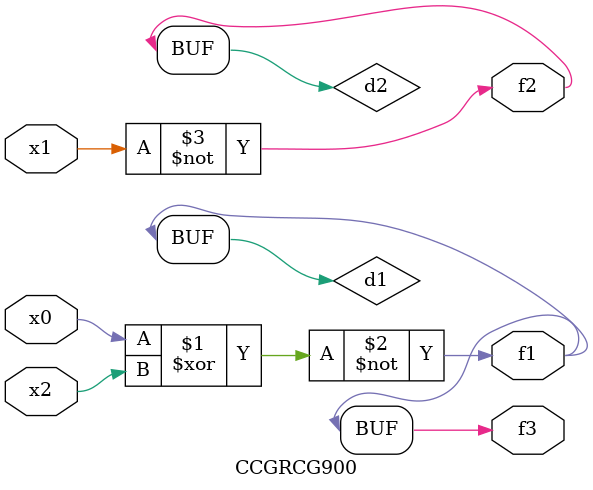
<source format=v>
module CCGRCG900(
	input x0, x1, x2,
	output f1, f2, f3
);

	wire d1, d2, d3;

	xnor (d1, x0, x2);
	nand (d2, x1);
	nor (d3, x1, x2);
	assign f1 = d1;
	assign f2 = d2;
	assign f3 = d1;
endmodule

</source>
